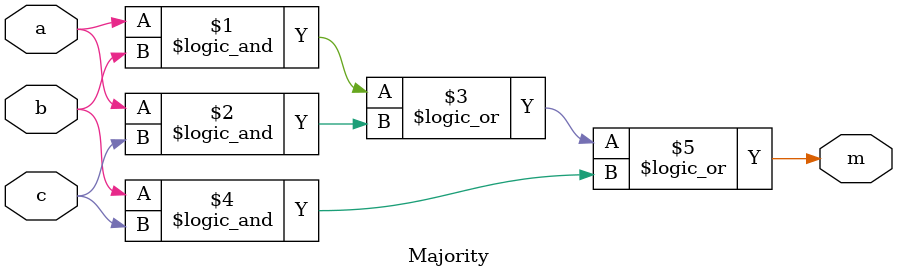
<source format=v>
module Majority (
  input a, b, c,
  output m
); 
  assign m = a && b || a && c || b && c;
endmodule // Majority
</source>
